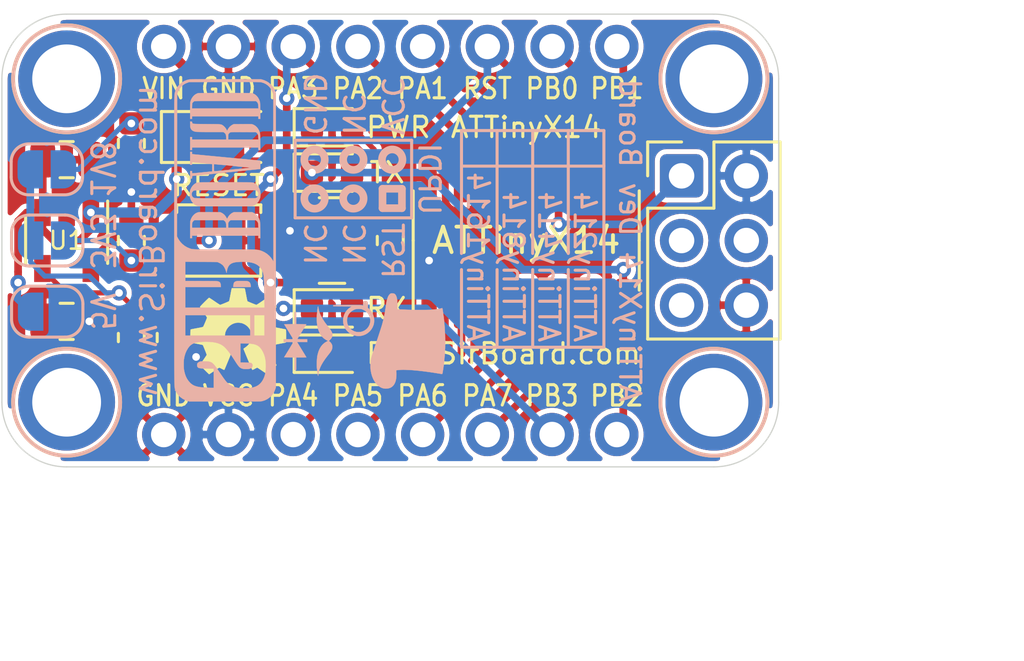
<source format=kicad_pcb>
(kicad_pcb (version 20171130) (host pcbnew "(5.1.2)-2")
  (title_block (title "ATTiny X14 Development Board ") (date 2020-04-24) (rev 2) (company SirBoard) (comment 1 www.SirBoard.com) (comment 2 "ATTiny 214, 414, 814 and 1614"))
  (layers (0 F.Cu signal) (31 B.Cu signal) (34 B.Paste user hide) (35 F.Paste user hide) (36 B.SilkS user) (37 F.SilkS user) (38 B.Mask user hide) (39 F.Mask user hide) (44 Edge.Cuts user))
  (net 0 "")
  (net 1 VCC)
  (net 2 VIN)
  (net 3 GND)
  (net 4 RST)
  (net 5 PA1)
  (net 6 PA7)
  (net 7 PA6)
  (net 8 PA2)
  (net 9 PA3)
  (net 10 "Net-(J4-Pad5)")
  (net 11 "Net-(J4-Pad4)")
  (net 12 "Net-(J4-Pad3)")
  (net 13 /1V8)
  (net 14 /ADJ)
  (net 15 /3V3)
  (net 16 "Net-(5V1-Pad2)")
  (net 17 PA5)
  (net 18 PA4)
  (net 19 PB1)
  (net 20 PB0)
  (net 21 RXD)
  (net 22 TXD)
  (net 23 "Net-(PA3-Pad2)")
  (net 24 "Net-(PWR1-Pad2)")
  (net 25 "Net-(RN1-Pad2)")
  (net 26 "Net-(RN1-Pad3)")
  (module logo:SirBoard127x40 (layer B.Cu) (at 57.658 33.02 90)
    (fp_text reference G*** hide)
    (fp_text value LOGO hide)
  )
  (module logo:logo63x89 (layer B.Cu) (at 63.119 36.957 90)
    (fp_text reference G*** hide)
    (fp_text value LOGO hide)
  )
  (module logo:OSHW55x39 (layer F.Cu) (at 58.166 36.576)
    (fp_text reference G*** hide)
    (fp_text value LOGO hide)
  )
  (module Resistor_SMD:R_Array_Convex_4x0603 (layer F.Cu) (at 61.849 33.02 180)
    (fp_text reference RN1 hide)
    (fp_text value 330E)
    (pad 5 smd rect (at 0.9 1.2 180) (size 0.8 0.5) (layers F.Cu F.Paste F.Mask) (net 1 VCC))
    (pad 6 smd rect (at 0.9 0.4 180) (size 0.8 0.4) (layers F.Cu F.Paste F.Mask) (net 1 VCC))
    (pad 8 smd rect (at 0.9 -1.2 180) (size 0.8 0.5) (layers F.Cu F.Paste F.Mask) (net 9 PA3))
    (pad 7 smd rect (at 0.9 -0.4 180) (size 0.8 0.4) (layers F.Cu F.Paste F.Mask) (net 1 VCC))
    (pad 4 smd rect (at -0.9 1.2 180) (size 0.8 0.5) (layers F.Cu F.Paste F.Mask) (net 24 "Net-(PWR1-Pad2)"))
    (pad 2 smd rect (at -0.9 -0.4 180) (size 0.8 0.4) (layers F.Cu F.Paste F.Mask) (net 25 "Net-(RN1-Pad2)"))
    (pad 3 smd rect (at -0.9 0.4 180) (size 0.8 0.4) (layers F.Cu F.Paste F.Mask) (net 26 "Net-(RN1-Pad3)"))
    (pad 1 smd rect (at -0.9 -1.2 180) (size 0.8 0.5) (layers F.Cu F.Paste F.Mask) (net 23 "Net-(PA3-Pad2)"))
  )
  (module LED_SMD:LED_0603_1608Metric (layer F.Cu) (at 61.849 30.353)
    (fp_text reference TX (at 1.397 0) (layer F.SilkS) (effects (font (size 0.8 0.8) (thickness 0.12)) (justify left)))
    (fp_text value YEL)
    (pad 2 smd roundrect (at 0.7875 0) (size 0.875 0.95) (layers F.Cu F.Paste F.Mask) (net 26 "Net-(RN1-Pad3)"))
    (pad 1 smd roundrect (at -0.7875 0) (size 0.875 0.95) (layers F.Cu F.Paste F.Mask) (net 22 TXD))
  )
  (module LED_SMD:LED_0603_1608Metric (layer F.Cu) (at 61.849 35.687)
    (fp_text reference RX (at 1.27 0) (layer F.SilkS) (effects (font (size 0.8 0.8) (thickness 0.12)) (justify left)))
    (fp_text value YEL)
    (pad 2 smd roundrect (at 0.7875 0) (size 0.875 0.95) (layers F.Cu F.Paste F.Mask) (net 25 "Net-(RN1-Pad2)"))
    (pad 1 smd roundrect (at -0.7875 0) (size 0.875 0.95) (layers F.Cu F.Paste F.Mask) (net 21 RXD))
  )
  (module Package_SO:SOIC-14_3.9x8.7mm_P1.27mm (layer F.Cu) (at 69.469 33.02 90)
    (fp_text reference ATTinyX14 (at 0 0) (layer F.SilkS))
    (fp_text value ATtiny1614-SS)
    (pad 1 smd roundrect (at -2.475 -3.81 90) (size 1.95 0.6) (layers F.Cu F.Paste F.Mask) (net 1 VCC))
    (pad 2 smd roundrect (at -2.475 -2.54 90) (size 1.95 0.6) (layers F.Cu F.Paste F.Mask) (net 18 PA4))
    (pad 3 smd roundrect (at -2.475 -1.27 90) (size 1.95 0.6) (layers F.Cu F.Paste F.Mask) (net 17 PA5))
    (pad 4 smd roundrect (at -2.475 0 90) (size 1.95 0.6) (layers F.Cu F.Paste F.Mask) (net 7 PA6))
    (pad 5 smd roundrect (at -2.475 1.27 90) (size 1.95 0.6) (layers F.Cu F.Paste F.Mask) (net 6 PA7))
    (pad 6 smd roundrect (at -2.475 2.54 90) (size 1.95 0.6) (layers F.Cu F.Paste F.Mask) (net 21 RXD))
    (pad 7 smd roundrect (at -2.475 3.81 90) (size 1.95 0.6) (layers F.Cu F.Paste F.Mask) (net 22 TXD))
    (pad 8 smd roundrect (at 2.475 3.81 90) (size 1.95 0.6) (layers F.Cu F.Paste F.Mask) (net 19 PB1))
    (pad 9 smd roundrect (at 2.475 2.54 90) (size 1.95 0.6) (layers F.Cu F.Paste F.Mask) (net 20 PB0))
    (pad 10 smd roundrect (at 2.475 1.27 90) (size 1.95 0.6) (layers F.Cu F.Paste F.Mask) (net 4 RST))
    (pad 11 smd roundrect (at 2.475 0 90) (size 1.95 0.6) (layers F.Cu F.Paste F.Mask) (net 5 PA1))
    (pad 12 smd roundrect (at 2.475 -1.27 90) (size 1.95 0.6) (layers F.Cu F.Paste F.Mask) (net 8 PA2))
    (pad 13 smd roundrect (at 2.475 -2.54 90) (size 1.95 0.6) (layers F.Cu F.Paste F.Mask) (net 9 PA3))
    (pad 14 smd roundrect (at 2.475 -3.81 90) (size 1.95 0.6) (layers F.Cu F.Paste F.Mask) (net 3 GND))
  )
  (module Connector_PinHeader_2.54mm:PinHeader_1x08_P2.54mm_Vertical (layer B.Cu) (at 55.245 25.4 270)
    (fp_text reference J2 hide)
    (fp_text value Conn_01x08)
    (pad 8 thru_hole oval (at 0 -17.78 270) (size 1.7 1.7) (drill 1) (layers *.Cu *.Mask) (net 19 PB1))
    (pad 7 thru_hole oval (at 0 -15.24 270) (size 1.7 1.7) (drill 1) (layers *.Cu *.Mask) (net 20 PB0))
    (pad 6 thru_hole oval (at 0 -12.7 270) (size 1.7 1.7) (drill 1) (layers *.Cu *.Mask) (net 4 RST))
    (pad 5 thru_hole oval (at 0 -10.16 270) (size 1.7 1.7) (drill 1) (layers *.Cu *.Mask) (net 5 PA1))
    (pad 4 thru_hole oval (at 0 -7.62 270) (size 1.7 1.7) (drill 1) (layers *.Cu *.Mask) (net 8 PA2))
    (pad 3 thru_hole oval (at 0 -5.08 270) (size 1.7 1.7) (drill 1) (layers *.Cu *.Mask) (net 9 PA3))
    (pad 2 thru_hole oval (at 0 -2.54 270) (size 1.7 1.7) (drill 1) (layers *.Cu *.Mask) (net 3 GND))
    (pad 1 thru_hole circle (at 0 0 270) (size 1.7 1.7) (drill 1) (layers *.Cu *.Mask) (net 2 VIN))
  )
  (module Connector_PinHeader_2.54mm:PinHeader_1x08_P2.54mm_Vertical (layer B.Cu) (at 55.245 40.64 270)
    (fp_text reference J1 hide)
    (fp_text value Conn_01x08)
    (pad 8 thru_hole oval (at 0 -17.78 270) (size 1.7 1.7) (drill 1) (layers *.Cu *.Mask) (net 22 TXD))
    (pad 7 thru_hole oval (at 0 -15.24 270) (size 1.7 1.7) (drill 1) (layers *.Cu *.Mask) (net 21 RXD))
    (pad 6 thru_hole oval (at 0 -12.7 270) (size 1.7 1.7) (drill 1) (layers *.Cu *.Mask) (net 6 PA7))
    (pad 5 thru_hole oval (at 0 -10.16 270) (size 1.7 1.7) (drill 1) (layers *.Cu *.Mask) (net 7 PA6))
    (pad 4 thru_hole oval (at 0 -7.62 270) (size 1.7 1.7) (drill 1) (layers *.Cu *.Mask) (net 17 PA5))
    (pad 3 thru_hole oval (at 0 -5.08 270) (size 1.7 1.7) (drill 1) (layers *.Cu *.Mask) (net 18 PA4))
    (pad 2 thru_hole oval (at 0 -2.54 270) (size 1.7 1.7) (drill 1) (layers *.Cu *.Mask) (net 1 VCC))
    (pad 1 thru_hole circle (at 0 0 270) (size 1.7 1.7) (drill 1) (layers *.Cu *.Mask) (net 3 GND))
  )
  (module Jumper:SolderJumper-2_P1.3mm_Open_RoundedPad1.0x1.5mm (layer B.Cu) (at 50.673 35.814 180)
    (fp_text reference 5V (at -2.159 0 270 unlocked) (layer B.SilkS) (effects (font (size 0.9 0.8) (thickness 0.12)) (justify mirror)))
    (fp_text value SolderJumper_2_Open)
    (pad 2 smd custom (at 0.65 0 180) (size 1 0.5) (layers B.Cu B.Mask) (net 16 "Net-(5V1-Pad2)") (options (clearance outline) (anchor rect)) (primitives (gr_circle (center 0 -0.25) (end 0.5 -0.25) (width 0)) (gr_circle (center 0 0.25) (end 0.5 0.25) (width 0)) (gr_poly (pts (xy 0 0.75) (xy -0.5 0.75) (xy -0.5 -0.75) (xy 0 -0.75)) (width 0))))
    (pad 1 smd custom (at -0.65 0 180) (size 1 0.5) (layers B.Cu B.Mask) (net 1 VCC) (options (clearance outline) (anchor rect)) (primitives (gr_circle (center 0 -0.25) (end 0.5 -0.25) (width 0)) (gr_circle (center 0 0.25) (end 0.5 0.25) (width 0)) (gr_poly (pts (xy 0 0.75) (xy 0.5 0.75) (xy 0.5 -0.75) (xy 0 -0.75)) (width 0))))
  )
  (module Diode_SMD:D_SOD-123 (layer F.Cu) (at 57.404 28.956)
    (fp_text reference D1 hide)
    (fp_text value MBR120)
    (pad 2 smd rect (at 1.65 0) (size 0.9 1.2) (layers F.Cu F.Paste F.Mask) (net 2 VIN))
    (pad 1 smd rect (at -1.65 0) (size 0.9 1.2) (layers F.Cu F.Paste F.Mask) (net 16 "Net-(5V1-Pad2)"))
  )
  (module Capacitor_SMD:C_0603_1608Metric (layer F.Cu) (at 64.135 33.02 90)
    (fp_text reference C3 hide)
    (fp_text value 100nF)
    (pad 2 smd roundrect (at 0.7875 0 90) (size 0.875 0.95) (layers F.Cu F.Paste F.Mask) (net 3 GND))
    (pad 1 smd roundrect (at -0.7875 0 90) (size 0.875 0.95) (layers F.Cu F.Paste F.Mask) (net 1 VCC))
  )
  (module Capacitor_SMD:C_0805_2012Metric (layer F.Cu) (at 51.435 29.845)
    (fp_text reference C1 hide)
    (fp_text value 10uF)
    (pad 2 smd roundrect (at 0.9375 0) (size 0.975 1.4) (layers F.Cu F.Paste F.Mask) (net 3 GND))
    (pad 1 smd roundrect (at -0.9375 0) (size 0.975 1.4) (layers F.Cu F.Paste F.Mask) (net 16 "Net-(5V1-Pad2)"))
  )
  (module Capacitor_SMD:C_0805_2012Metric (layer F.Cu) (at 51.435 36.195 180)
    (fp_text reference C2 hide)
    (fp_text value 2u2)
    (pad 2 smd roundrect (at 0.9375 0 180) (size 0.975 1.4) (layers F.Cu F.Paste F.Mask) (net 3 GND))
    (pad 1 smd roundrect (at -0.9375 0 180) (size 0.975 1.4) (layers F.Cu F.Paste F.Mask) (net 1 VCC))
  )
  (module Package_TO_SOT_SMD:SOT-23-5 (layer F.Cu) (at 51.435 33.02 270)
    (fp_text reference U1 (at 0 0) (layer F.SilkS) (effects (font (size 0.7 0.7) (thickness 0.1))))
    (fp_text value AP7365)
    (pad 5 smd rect (at 1.1 -0.95 270) (size 1.06 0.65) (layers F.Cu F.Paste F.Mask) (net 1 VCC))
    (pad 4 smd rect (at 1.1 0.95 270) (size 1.06 0.65) (layers F.Cu F.Paste F.Mask) (net 14 /ADJ))
    (pad 3 smd rect (at -1.1 0.95 270) (size 1.06 0.65) (layers F.Cu F.Paste F.Mask) (net 16 "Net-(5V1-Pad2)"))
    (pad 2 smd rect (at -1.1 0 270) (size 1.06 0.65) (layers F.Cu F.Paste F.Mask) (net 3 GND))
    (pad 1 smd rect (at -1.1 -0.95 270) (size 1.06 0.65) (layers F.Cu F.Paste F.Mask) (net 16 "Net-(5V1-Pad2)"))
  )
  (module Button_Switch_SMD:SW_SPST_B3U-1000P (layer F.Cu) (at 57.404 33.02)
    (fp_text reference RESET (at 0 -2.159) (layer F.SilkS) (effects (font (size 0.8 0.8) (thickness 0.12))))
    (fp_text value RST)
    (pad 2 smd rect (at 1.7 0) (size 0.9 1.7) (layers F.Cu F.Paste F.Mask) (net 3 GND))
    (pad 1 smd rect (at -1.7 0) (size 0.9 1.7) (layers F.Cu F.Paste F.Mask) (net 4 RST))
  )
  (module Resistor_SMD:R_0603_1608Metric (layer F.Cu) (at 55.499 36.83 90)
    (fp_text reference R6 hide)
    (fp_text value 10k)
    (pad 2 smd roundrect (at 0.7875 0 90) (size 0.875 0.95) (layers F.Cu F.Paste F.Mask) (net 4 RST))
    (pad 1 smd roundrect (at -0.7875 0 90) (size 0.875 0.95) (layers F.Cu F.Paste F.Mask) (net 1 VCC))
  )
  (module Resistor_SMD:R_0603_1608Metric (layer F.Cu) (at 53.975 29.21 90)
    (fp_text reference R5 hide)
    (fp_text value 18k)
    (pad 2 smd roundrect (at 0.7875 0 90) (size 0.875 0.95) (layers F.Cu F.Paste F.Mask) (net 13 /1V8))
    (pad 1 smd roundrect (at -0.7875 0 90) (size 0.875 0.95) (layers F.Cu F.Paste F.Mask) (net 1 VCC))
  )
  (module Resistor_SMD:R_0603_1608Metric (layer F.Cu) (at 53.975 36.83 270)
    (fp_text reference R4 hide)
    (fp_text value 12.4k)
    (pad 2 smd roundrect (at 0.7875 0 270) (size 0.875 0.95) (layers F.Cu F.Paste F.Mask) (net 3 GND))
    (pad 1 smd roundrect (at -0.7875 0 270) (size 0.875 0.95) (layers F.Cu F.Paste F.Mask) (net 14 /ADJ))
  )
  (module Resistor_SMD:R_0603_1608Metric (layer F.Cu) (at 53.975 33.02 270)
    (fp_text reference R3 hide)
    (fp_text value 39k)
    (pad 2 smd roundrect (at 0.7875 0 270) (size 0.875 0.95) (layers F.Cu F.Paste F.Mask) (net 15 /3V3))
    (pad 1 smd roundrect (at -0.7875 0 270) (size 0.875 0.95) (layers F.Cu F.Paste F.Mask) (net 1 VCC))
  )
  (module Connector_PinHeader_2.54mm:PinHeader_2x03_P2.54mm_Vertical (layer F.Cu) (at 75.565 30.48)
    (fp_text reference J4 hide)
    (fp_text value UPDI)
    (pad 6 thru_hole oval (at 2.54 5.08) (size 1.7 1.7) (drill 1) (layers *.Cu *.Mask) (net 3 GND))
    (pad 5 thru_hole oval (at 0 5.08) (size 1.7 1.7) (drill 1) (layers *.Cu *.Mask) (net 10 "Net-(J4-Pad5)"))
    (pad 4 thru_hole oval (at 2.54 2.54) (size 1.7 1.7) (drill 1) (layers *.Cu *.Mask) (net 11 "Net-(J4-Pad4)"))
    (pad 3 thru_hole oval (at 0 2.54) (size 1.7 1.7) (drill 1) (layers *.Cu *.Mask) (net 12 "Net-(J4-Pad3)"))
    (pad 2 thru_hole oval (at 2.54 0) (size 1.7 1.7) (drill 1) (layers *.Cu *.Mask) (net 1 VCC))
    (pad 1 thru_hole roundrect (at 0 0) (size 1.7 1.7) (drill 1) (layers *.Cu *.Mask) (roundrect_rratio 0.15) (net 4 RST))
  )
  (module SirBoardLibrary:MountingHole_M2.5_SirBoard (layer F.Cu) (at 51.435 39.37 270)
    (fp_text reference H4 hide)
    (fp_text value MountingHole)
    (pad 1 thru_hole circle (at 0 0 270) (size 3.8 3.8) (drill 2.7) (layers *.Cu *.Mask))
  )
  (module SirBoardLibrary:MountingHole_M2.5_SirBoard (layer F.Cu) (at 51.435 26.67 270)
    (fp_text reference H3 hide)
    (fp_text value MountingHole)
    (pad 1 thru_hole circle (at 0 0 270) (size 3.8 3.8) (drill 2.7) (layers *.Cu *.Mask))
  )
  (module SirBoardLibrary:MountingHole_M2.5_SirBoard (layer F.Cu) (at 76.835 39.37 270)
    (fp_text reference H2 hide)
    (fp_text value MountingHole)
    (pad 1 thru_hole circle (at 0 0 270) (size 3.8 3.8) (drill 2.7) (layers *.Cu *.Mask))
  )
  (module SirBoardLibrary:MountingHole_M2.5_SirBoard (layer F.Cu) (at 76.835 26.67 270)
    (fp_text reference H1 hide)
    (fp_text value MountingHole)
    (pad 1 thru_hole circle (at 0 0 270) (size 3.8 3.8) (drill 2.7) (layers *.Cu *.Mask))
  )
  (module LED_SMD:LED_0603_1608Metric (layer F.Cu) (at 61.849 37.465)
    (fp_text reference PA3 (at 1.27 0) (layer F.SilkS) (effects (font (size 0.8 0.8) (thickness 0.12)) (justify left)))
    (fp_text value BLUE)
    (pad 1 smd roundrect (at -0.7875 0) (size 0.875 0.95) (layers F.Cu F.Paste F.Mask) (net 3 GND))
    (pad 2 smd roundrect (at 0.7875 0) (size 0.875 0.95) (layers F.Cu F.Paste F.Mask) (net 23 "Net-(PA3-Pad2)"))
  )
  (module LED_SMD:LED_0603_1608Metric (layer F.Cu) (at 61.849 28.575)
    (fp_text reference PWR (at 1.27 0) (layer F.SilkS) (effects (font (size 0.8 0.8) (thickness 0.12)) (justify left)))
    (fp_text value RED)
    (pad 2 smd roundrect (at 0.7875 0) (size 0.875 0.95) (layers F.Cu F.Paste F.Mask) (net 24 "Net-(PWR1-Pad2)"))
    (pad 1 smd roundrect (at -0.7875 0) (size 0.875 0.95) (layers F.Cu F.Paste F.Mask) (net 3 GND))
  )
  (module Jumper:SolderJumper-2_P1.3mm_Open_RoundedPad1.0x1.5mm (layer B.Cu) (at 50.673 33.02)
    (fp_text reference 3V3 (at 2.159 0 -90 unlocked) (layer B.SilkS) (effects (font (size 0.9 0.8) (thickness 0.12)) (justify mirror)))
    (fp_text value SolderJumper_2_Open)
    (pad 2 smd custom (at 0.65 0) (size 1 0.5) (layers B.Cu B.Mask) (net 15 /3V3) (options (clearance outline) (anchor rect)) (primitives (gr_circle (center 0 -0.25) (end 0.5 -0.25) (width 0)) (gr_circle (center 0 0.25) (end 0.5 0.25) (width 0)) (gr_poly (pts (xy 0 0.75) (xy -0.5 0.75) (xy -0.5 -0.75) (xy 0 -0.75)) (width 0))))
    (pad 1 smd custom (at -0.65 0) (size 1 0.5) (layers B.Cu B.Mask) (net 14 /ADJ) (options (clearance outline) (anchor rect)) (primitives (gr_circle (center 0 -0.25) (end 0.5 -0.25) (width 0)) (gr_circle (center 0 0.25) (end 0.5 0.25) (width 0)) (gr_poly (pts (xy 0 0.75) (xy 0.5 0.75) (xy 0.5 -0.75) (xy 0 -0.75)) (width 0))))
  )
  (module Jumper:SolderJumper-2_P1.3mm_Open_RoundedPad1.0x1.5mm (layer B.Cu) (at 50.658 30.226)
    (fp_text reference 1V8 (at 2.174 0 -90 unlocked) (layer B.SilkS) (effects (font (size 0.9 0.8) (thickness 0.12)) (justify mirror)))
    (fp_text value SolderJumper_2_Open)
    (pad 2 smd custom (at 0.65 0) (size 1 0.5) (layers B.Cu B.Mask) (net 13 /1V8) (options (clearance outline) (anchor rect)) (primitives (gr_circle (center 0 -0.25) (end 0.5 -0.25) (width 0)) (gr_circle (center 0 0.25) (end 0.5 0.25) (width 0)) (gr_poly (pts (xy 0 0.75) (xy -0.5 0.75) (xy -0.5 -0.75) (xy 0 -0.75)) (width 0))))
    (pad 1 smd custom (at -0.65 0) (size 1 0.5) (layers B.Cu B.Mask) (net 14 /ADJ) (options (clearance outline) (anchor rect)) (primitives (gr_circle (center 0 -0.25) (end 0.5 -0.25) (width 0)) (gr_circle (center 0 0.25) (end 0.5 0.25) (width 0)) (gr_poly (pts (xy 0 0.75) (xy 0.5 0.75) (xy 0.5 -0.75) (xy 0 -0.75)) (width 0))))
  )
  (gr_line (start 63.8302 30.988) (end 64.5922 30.988) (layer B.SilkS) (width 0.3))
  (gr_line (start 63.8302 31.75) (end 63.8302 30.988) (layer B.SilkS) (width 0.3))
  (gr_line (start 64.5922 31.75) (end 63.8302 31.75) (layer B.SilkS) (width 0.3))
  (gr_line (start 64.5922 30.988) (end 64.5922 31.75) (layer B.SilkS) (width 0.3))
  (gr_line (start 60.4012 32.131) (end 60.4012 29.083) (layer B.SilkS) (width 0.12))
  (gr_line (start 60.4012 29.083) (end 64.9732 29.083) (layer B.SilkS) (width 0.12))
  (gr_line (start 64.9732 29.083) (end 64.9732 32.131) (layer B.SilkS) (width 0.12))
  (gr_line (start 64.9732 32.131) (end 60.4012 32.131) (layer B.SilkS) (width 0.12))
  (gr_circle (center 62.6872 31.369) (end 62.6872 31.770609) (layer B.SilkS) (width 0.3))
  (gr_circle (center 61.1632 29.845) (end 61.1632 30.246609) (layer B.SilkS) (width 0.3))
  (gr_text UPDI (at 65.659 30.607 270) (layer B.SilkS) (effects (font (size 0.8 0.8) (thickness 0.12)) (justify mirror)))
  (gr_text NC (at 62.6872 32.258 270) (layer B.SilkS) (effects (font (size 0.8 0.8) (thickness 0.12)) (justify right mirror)))
  (gr_text RST (at 64.2112 32.258 270) (layer B.SilkS) (effects (font (size 0.8 0.8) (thickness 0.12)) (justify right mirror)))
  (gr_text NC (at 61.1632 32.258 270) (layer B.SilkS) (effects (font (size 0.8 0.8) (thickness 0.12)) (justify right mirror)))
  (gr_text NC (at 62.6872 28.956 270) (layer B.SilkS) (effects (font (size 0.8 0.8) (thickness 0.12)) (justify left mirror)))
  (gr_text GND (at 61.1632 28.956 270) (layer B.SilkS) (effects (font (size 0.8 0.8) (thickness 0.12)) (justify left mirror)))
  (gr_text VCC (at 64.2112 28.956 270) (layer B.SilkS) (effects (font (size 0.8 0.8) (thickness 0.12)) (justify left mirror)))
  (gr_circle (center 62.6872 29.845) (end 62.6872 30.246609) (layer B.SilkS) (width 0.3))
  (gr_circle (center 61.1632 31.369) (end 61.1632 31.770609) (layer B.SilkS) (width 0.3))
  (gr_circle (center 64.2112 29.845) (end 64.2112 30.246609) (layer B.SilkS) (width 0.3))
  (gr_line (start 71.12 28.702) (end 71.12 33.528) (layer B.SilkS) (width 0.12))
  (gr_line (start 69.723 28.702) (end 69.723 33.528) (layer B.SilkS) (width 0.12))
  (gr_line (start 68.326 28.702) (end 68.326 33.528) (layer B.SilkS) (width 0.12))
  (gr_line (start 72.517 28.702) (end 66.929 28.702) (layer B.SilkS) (width 0.12))
  (gr_line (start 66.929 37.211) (end 66.929 34.163) (layer B.SilkS) (width 0.12))
  (gr_line (start 68.326 37.211) (end 68.326 34.163) (layer B.SilkS) (width 0.12))
  (gr_line (start 71.12 37.211) (end 71.12 34.163) (layer B.SilkS) (width 0.12))
  (gr_line (start 66.929 28.702) (end 66.929 33.528) (layer B.SilkS) (width 0.12))
  (gr_line (start 72.517 30.099) (end 66.929 30.099) (layer B.SilkS) (width 0.12))
  (gr_line (start 72.517 37.211) (end 72.517 28.702) (layer B.SilkS) (width 0.12))
  (gr_line (start 72.39 37.211) (end 72.517 37.211) (layer B.SilkS) (width 0.12))
  (gr_line (start 66.929 37.211) (end 72.39 37.211) (layer B.SilkS) (width 0.12))
  (gr_line (start 69.723 37.211) (end 69.723 34.163) (layer B.SilkS) (width 0.12))
  (gr_text ATTiny1614 (at 67.564 37.084 270) (layer B.SilkS) (effects (font (size 0.8 0.8) (thickness 0.12)) (justify left mirror)))
  (gr_text ATTiny814 (at 68.961 37.084 270) (layer B.SilkS) (effects (font (size 0.8 0.8) (thickness 0.12)) (justify left mirror)))
  (gr_text ATTiny414 (at 70.358 37.084 270) (layer B.SilkS) (effects (font (size 0.8 0.8) (thickness 0.12)) (justify left mirror)))
  (gr_text ATTiny214 (at 71.755 37.084 270) (layer B.SilkS) (effects (font (size 0.8 0.8) (thickness 0.12)) (justify left mirror)))
  (gr_text "ATTinyX14 Dev Board" (at 73.533 33.02 270) (layer B.SilkS) (effects (font (size 0.8 0.8) (thickness 0.12)) (justify mirror)))
  (gr_text SirBoard.com (at 69.977 37.465) (layer F.SilkS) (effects (font (size 0.8 0.8) (thickness 0.12))))
  (gr_text ATTinyX14 (at 69.469 28.575) (layer F.SilkS) (effects (font (size 0.8 0.8) (thickness 0.12))))
  (gr_text PB2 (at 73.025 39.116) (layer F.SilkS) (effects (font (size 0.8 0.7) (thickness 0.12))))
  (gr_text PB3 (at 70.485 39.116) (layer F.SilkS) (effects (font (size 0.8 0.7) (thickness 0.12))))
  (gr_text PA6 (at 65.405 39.116) (layer F.SilkS) (effects (font (size 0.8 0.7) (thickness 0.12))))
  (gr_text PB1 (at 73.025 27.051) (layer F.SilkS) (effects (font (size 0.8 0.7) (thickness 0.12))))
  (gr_text PB0 (at 70.485 27.051) (layer F.SilkS) (effects (font (size 0.8 0.7) (thickness 0.12))))
  (gr_text PA1 (at 65.405 27.051) (layer F.SilkS) (effects (font (size 0.8 0.7) (thickness 0.12))))
  (gr_text www.SirBoard.com (at 54.737 33.02 270) (layer B.SilkS) (effects (font (size 0.9 0.9) (thickness 0.12)) (justify mirror)))
  (gr_line (start 76.835 24.13) (end 51.435 24.13) (layer Edge.Cuts) (width 0.05))
  (gr_line (start 79.375 39.37) (end 79.375 26.67) (layer Edge.Cuts) (width 0.05))
  (gr_line (start 51.435 41.91) (end 76.835 41.91) (layer Edge.Cuts) (width 0.05))
  (gr_line (start 48.895 39.37) (end 48.895 26.67) (layer Edge.Cuts) (width 0.05))
  (gr_arc (start 51.435 39.37) (end 48.895 39.37) (angle -90) (layer Edge.Cuts) (width 0.05))
  (gr_arc (start 51.435 26.67) (end 51.435 24.13) (angle -90) (layer Edge.Cuts) (width 0.05))
  (gr_arc (start 76.835 26.67) (end 79.375 26.67) (angle -90) (layer Edge.Cuts) (width 0.05))
  (gr_arc (start 76.835 39.37) (end 76.835 41.91) (angle -90) (layer Edge.Cuts) (width 0.05))
  (gr_text PA4 (at 60.325 39.116) (layer F.SilkS) (effects (font (size 0.8 0.7) (thickness 0.12))))
  (gr_text PA7 (at 67.945 39.116) (layer F.SilkS) (effects (font (size 0.8 0.7) (thickness 0.12))))
  (gr_text PA5 (at 62.865 39.116) (layer F.SilkS) (effects (font (size 0.8 0.7) (thickness 0.12))))
  (gr_text GND (at 55.245 39.116) (layer F.SilkS) (effects (font (size 0.8 0.7) (thickness 0.12))))
  (gr_text VIN (at 55.245 27.051) (layer F.SilkS) (effects (font (size 0.8 0.7) (thickness 0.12))))
  (gr_text VCC (at 57.785 39.116) (layer F.SilkS) (effects (font (size 0.8 0.7) (thickness 0.12))))
  (gr_text GND (at 57.785 27.051) (layer F.SilkS) (effects (font (size 0.8 0.7) (thickness 0.12))))
  (gr_text PA3 (at 60.325 27.051) (layer F.SilkS) (effects (font (size 0.8 0.7) (thickness 0.12))))
  (gr_text RST (at 67.945 27.051) (layer F.SilkS) (effects (font (size 0.8 0.7) (thickness 0.12))))
  (gr_text PA2 (at 62.865 27.051) (layer F.SilkS) (effects (font (size 0.8 0.7) (thickness 0.12))))
  (via (at 52.324 36.195) (size 0.6) (drill 0.3) (layers F.Cu B.Cu) (net 1))
  (segment (start 53.975 29.9975) (end 53.975 31.115) (width 0.3) (layer F.Cu) (net 1))
  (segment (start 53.975 31.115) (end 53.975 32.2325) (width 0.3) (layer F.Cu) (net 1))
  (via (at 53.975 31.115) (size 0.6) (drill 0.3) (layers F.Cu B.Cu) (net 1))
  (segment (start 52.385 33.848) (end 52.385 34.12) (width 0.3) (layer F.Cu) (net 1))
  (segment (start 53.975 32.2325) (end 53.975 32.258) (width 0.3) (layer F.Cu) (net 1))
  (segment (start 53.975 32.258) (end 52.385 33.848) (width 0.3) (layer F.Cu) (net 1))
  (segment (start 60.949 31.82) (end 60.949 33.42) (width 0.3) (layer F.Cu) (net 1))
  (segment (start 65.659 33.8075) (end 65.659 35.495) (width 0.3) (layer F.Cu) (net 1))
  (segment (start 64.135 33.8075) (end 65.659 33.8075) (width 0.3) (layer F.Cu) (net 1))
  (segment (start 65.659 33.8075) (end 65.659 33.8075) (width 0.3) (layer F.Cu) (net 1))
  (via (at 65.659 33.8075) (size 0.6) (drill 0.3) (layers F.Cu B.Cu) (net 1))
  (via (at 60.198 32.639) (size 0.6) (drill 0.3) (layers F.Cu B.Cu) (net 1))
  (segment (start 60.949 32.62) (end 60.217 32.62) (width 0.3) (layer F.Cu) (net 1))
  (segment (start 60.217 32.62) (end 60.198 32.639) (width 0.3) (layer F.Cu) (net 1))
  (via (at 56.515 37.592) (size 0.6) (drill 0.3) (layers F.Cu B.Cu) (net 1))
  (segment (start 55.499 37.6175) (end 56.4895 37.6175) (width 0.3) (layer F.Cu) (net 1))
  (segment (start 56.4895 37.6175) (end 56.515 37.592) (width 0.3) (layer F.Cu) (net 1))
  (segment (start 58.801 28.956) (end 59.054 28.956) (width 0.4) (layer F.Cu) (net 2))
  (segment (start 55.245 25.4) (end 58.801 28.956) (width 0.4) (layer F.Cu) (net 2))
  (segment (start 55.704 33.02) (end 55.704 34.466) (width 0.3) (layer F.Cu) (net 4))
  (segment (start 55.499 34.671) (end 55.499 36.0425) (width 0.3) (layer F.Cu) (net 4))
  (segment (start 55.704 34.466) (end 55.499 34.671) (width 0.3) (layer F.Cu) (net 4))
  (segment (start 68.794999 26.249999) (end 67.945 25.4) (width 0.3) (layer F.Cu) (net 4))
  (segment (start 70.739 30.545) (end 70.739 28.194) (width 0.3) (layer F.Cu) (net 4))
  (segment (start 70.739 28.194) (end 68.794999 26.249999) (width 0.3) (layer F.Cu) (net 4))
  (via (at 70.739 32.385) (size 0.6) (drill 0.3) (layers F.Cu B.Cu) (net 4))
  (segment (start 70.739 32.385) (end 70.739 30.545) (width 0.3) (layer F.Cu) (net 4))
  (segment (start 73.66 32.385) (end 70.739 32.385) (width 0.3) (layer B.Cu) (net 4))
  (segment (start 75.565 30.48) (end 73.66 32.385) (width 0.3) (layer B.Cu) (net 4))
  (segment (start 67.945 26.602081) (end 65.464081 29.083) (width 0.3) (layer B.Cu) (net 4))
  (segment (start 67.945 25.4) (end 67.945 26.602081) (width 0.3) (layer B.Cu) (net 4))
  (segment (start 65.464081 29.083) (end 59.182 29.083) (width 0.3) (layer B.Cu) (net 4))
  (via (at 57.023 33.02) (size 0.6) (drill 0.3) (layers F.Cu B.Cu) (net 4))
  (segment (start 59.182 29.083) (end 57.023 31.242) (width 0.3) (layer B.Cu) (net 4))
  (segment (start 57.023 31.242) (end 57.023 33.02) (width 0.3) (layer B.Cu) (net 4))
  (segment (start 57.023 33.02) (end 55.704 33.02) (width 0.3) (layer F.Cu) (net 4))
  (segment (start 69.469 30.545) (end 69.469 28.829) (width 0.3) (layer F.Cu) (net 5))
  (segment (start 69.469 28.829) (end 67.691 27.051) (width 0.3) (layer F.Cu) (net 5))
  (segment (start 67.056 27.051) (end 65.405 25.4) (width 0.3) (layer F.Cu) (net 5))
  (segment (start 67.691 27.051) (end 67.056 27.051) (width 0.3) (layer F.Cu) (net 5))
  (segment (start 70.739 37.846) (end 67.945 40.64) (width 0.3) (layer F.Cu) (net 6))
  (segment (start 70.739 35.495) (end 70.739 37.846) (width 0.3) (layer F.Cu) (net 6))
  (segment (start 66.929 39.116) (end 65.405 40.64) (width 0.3) (layer F.Cu) (net 7))
  (segment (start 67.564 39.116) (end 66.929 39.116) (width 0.3) (layer F.Cu) (net 7))
  (segment (start 69.469 35.495) (end 69.469 37.211) (width 0.3) (layer F.Cu) (net 7))
  (segment (start 69.469 37.211) (end 67.564 39.116) (width 0.3) (layer F.Cu) (net 7))
  (segment (start 68.199 29.21) (end 68.199 30.545) (width 0.3) (layer F.Cu) (net 8))
  (segment (start 65.659 26.67) (end 68.199 29.21) (width 0.3) (layer F.Cu) (net 8))
  (segment (start 62.865 25.4) (end 64.135 26.67) (width 0.3) (layer F.Cu) (net 8))
  (segment (start 64.135 26.67) (end 65.659 26.67) (width 0.3) (layer F.Cu) (net 8))
  (segment (start 66.929 28.959) (end 66.929 30.545) (width 0.3) (layer F.Cu) (net 9))
  (segment (start 65.275 27.305) (end 66.929 28.959) (width 0.3) (layer F.Cu) (net 9))
  (segment (start 63.5635 27.305) (end 65.275 27.305) (width 0.3) (layer F.Cu) (net 9))
  (segment (start 62.9285 26.67) (end 63.5635 27.305) (width 0.3) (layer F.Cu) (net 9))
  (segment (start 60.325 25.4) (end 61.595 26.67) (width 0.3) (layer F.Cu) (net 9))
  (segment (start 61.595 26.67) (end 62.9285 26.67) (width 0.3) (layer F.Cu) (net 9))
  (via (at 60.071 27.432) (size 0.6) (drill 0.3) (layers F.Cu B.Cu) (net 9))
  (segment (start 60.071 25.654) (end 60.325 25.4) (width 0.3) (layer B.Cu) (net 9))
  (segment (start 60.071 27.432) (end 60.071 25.654) (width 0.3) (layer B.Cu) (net 9))
  (via (at 59.436 30.607) (size 0.6) (drill 0.3) (layers F.Cu B.Cu) (net 9))
  (segment (start 60.071 27.432) (end 60.071 29.972) (width 0.3) (layer F.Cu) (net 9))
  (segment (start 60.071 29.972) (end 59.436 30.607) (width 0.3) (layer F.Cu) (net 9))
  (via (at 59.436 34.671) (size 0.6) (drill 0.3) (layers F.Cu B.Cu) (net 9))
  (segment (start 60.498 34.671) (end 60.949 34.22) (width 0.3) (layer F.Cu) (net 9))
  (segment (start 59.436 34.671) (end 60.498 34.671) (width 0.3) (layer F.Cu) (net 9))
  (segment (start 58.674 33.909) (end 59.436 34.671) (width 0.3) (layer B.Cu) (net 9))
  (segment (start 59.436 30.607) (end 58.674 31.369) (width 0.3) (layer B.Cu) (net 9))
  (segment (start 58.674 31.369) (end 58.674 33.909) (width 0.3) (layer B.Cu) (net 9))
  (via (at 53.975 28.4225) (size 0.6) (drill 0.3) (layers F.Cu B.Cu) (net 13))
  (segment (start 53.7115 28.4225) (end 53.975 28.4225) (width 0.2) (layer B.Cu) (net 13))
  (segment (start 51.908 30.226) (end 53.7115 28.4225) (width 0.2) (layer B.Cu) (net 13))
  (segment (start 51.308 30.226) (end 51.908 30.226) (width 0.2) (layer B.Cu) (net 13))
  (segment (start 50.008 33.005) (end 50.023 33.02) (width 0.3) (layer B.Cu) (net 14))
  (segment (start 50.008 30.226) (end 50.008 33.005) (width 0.3) (layer B.Cu) (net 14))
  (segment (start 53.975 35.56) (end 53.975 36.0425) (width 0.2) (layer F.Cu) (net 14))
  (segment (start 53.4924 35.0774) (end 53.4924 35.0774) (width 0.2) (layer F.Cu) (net 14))
  (segment (start 51.4096 35.0774) (end 53.4924 35.0774) (width 0.2) (layer F.Cu) (net 14))
  (segment (start 50.485 34.12) (end 50.485 34.1528) (width 0.2) (layer F.Cu) (net 14))
  (segment (start 50.485 34.1528) (end 51.4096 35.0774) (width 0.2) (layer F.Cu) (net 14))
  (segment (start 53.4924 35.0774) (end 53.975 35.56) (width 0.2) (layer F.Cu) (net 14))
  (via (at 53.4924 35.0774) (size 0.6) (drill 0.3) (layers F.Cu B.Cu) (net 14))
  (segment (start 53.4924 35.0774) (end 52.9844 35.0774) (width 0.2) (layer B.Cu) (net 14))
  (segment (start 52.9844 35.0774) (end 52.324 34.417) (width 0.2) (layer B.Cu) (net 14))
  (segment (start 50.023 33.867592) (end 50.023 33.02) (width 0.2) (layer B.Cu) (net 14))
  (segment (start 50.572408 34.417) (end 50.023 33.867592) (width 0.2) (layer B.Cu) (net 14))
  (segment (start 52.324 34.417) (end 50.572408 34.417) (width 0.2) (layer B.Cu) (net 14))
  (via (at 53.975 33.8075) (size 0.6) (drill 0.3) (layers F.Cu B.Cu) (net 15))
  (segment (start 51.323 33.02) (end 53.1875 33.02) (width 0.2) (layer B.Cu) (net 15))
  (segment (start 53.1875 33.02) (end 53.975 33.8075) (width 0.2) (layer B.Cu) (net 15))
  (segment (start 50.485 32.578) (end 50.485 31.92) (width 0.3) (layer F.Cu) (net 16))
  (segment (start 50.927 33.02) (end 50.485 32.578) (width 0.3) (layer F.Cu) (net 16))
  (segment (start 51.943 33.02) (end 50.927 33.02) (width 0.3) (layer F.Cu) (net 16))
  (segment (start 52.385 31.92) (end 52.385 32.578) (width 0.3) (layer F.Cu) (net 16))
  (segment (start 52.385 32.578) (end 51.943 33.02) (width 0.3) (layer F.Cu) (net 16))
  (segment (start 50.4975 31.9075) (end 50.485 31.92) (width 0.3) (layer F.Cu) (net 16))
  (segment (start 50.4975 29.845) (end 50.4975 31.9075) (width 0.3) (layer F.Cu) (net 16))
  (via (at 49.53 34.671002) (size 0.6) (drill 0.3) (layers F.Cu B.Cu) (net 16))
  (segment (start 49.498226 35.289226) (end 49.498226 34.702776) (width 0.3) (layer B.Cu) (net 16))
  (segment (start 50.023 35.814) (end 49.498226 35.289226) (width 0.3) (layer B.Cu) (net 16))
  (segment (start 49.498226 34.702776) (end 49.53 34.671002) (width 0.3) (layer B.Cu) (net 16))
  (segment (start 49.53 34.246738) (end 49.53 34.671002) (width 0.3) (layer F.Cu) (net 16))
  (segment (start 49.53 32.258) (end 49.53 34.246738) (width 0.3) (layer F.Cu) (net 16))
  (segment (start 50.485 31.92) (end 49.868 31.92) (width 0.3) (layer F.Cu) (net 16))
  (segment (start 49.868 31.92) (end 49.53 32.258) (width 0.3) (layer F.Cu) (net 16))
  (via (at 52.385 31.92) (size 0.6) (drill 0.3) (layers F.Cu B.Cu) (net 16))
  (segment (start 52.385 31.92) (end 54.948 31.92) (width 0.4) (layer B.Cu) (net 16))
  (via (at 55.753 30.607) (size 0.6) (drill 0.3) (layers F.Cu B.Cu) (net 16))
  (segment (start 54.948 31.92) (end 55.753 31.115) (width 0.4) (layer B.Cu) (net 16))
  (segment (start 55.753 31.115) (end 55.753 30.607) (width 0.4) (layer B.Cu) (net 16))
  (segment (start 55.753 28.957) (end 55.754 28.956) (width 0.4) (layer F.Cu) (net 16))
  (segment (start 55.753 30.607) (end 55.753 28.957) (width 0.4) (layer F.Cu) (net 16))
  (segment (start 63.714999 39.790001) (end 62.865 40.64) (width 0.3) (layer F.Cu) (net 17))
  (segment (start 65.024 38.481) (end 63.714999 39.790001) (width 0.3) (layer F.Cu) (net 17))
  (segment (start 67.183 38.481) (end 65.024 38.481) (width 0.3) (layer F.Cu) (net 17))
  (segment (start 68.199 35.495) (end 68.199 37.465) (width 0.3) (layer F.Cu) (net 17))
  (segment (start 68.199 37.465) (end 67.183 38.481) (width 0.3) (layer F.Cu) (net 17))
  (segment (start 66.929 37.465) (end 66.929 35.495) (width 0.3) (layer F.Cu) (net 18))
  (segment (start 66.548 37.846) (end 66.929 37.465) (width 0.3) (layer F.Cu) (net 18))
  (segment (start 64.643 37.846) (end 66.548 37.846) (width 0.3) (layer F.Cu) (net 18))
  (segment (start 63.373 39.116) (end 64.643 37.846) (width 0.3) (layer F.Cu) (net 18))
  (segment (start 60.325 40.64) (end 61.849 39.116) (width 0.3) (layer F.Cu) (net 18))
  (segment (start 61.849 39.116) (end 63.373 39.116) (width 0.3) (layer F.Cu) (net 18))
  (segment (start 73.279 25.654) (end 73.025 25.4) (width 0.3) (layer F.Cu) (net 19))
  (segment (start 73.279 30.545) (end 73.279 25.654) (width 0.3) (layer F.Cu) (net 19))
  (segment (start 72.009 26.924) (end 70.485 25.4) (width 0.3) (layer F.Cu) (net 20))
  (segment (start 72.009 30.545) (end 72.009 26.924) (width 0.3) (layer F.Cu) (net 20))
  (segment (start 71.334999 39.790001) (end 70.485 40.64) (width 0.3) (layer F.Cu) (net 21))
  (segment (start 72.009 35.495) (end 72.009 39.116) (width 0.3) (layer F.Cu) (net 21))
  (segment (start 72.009 39.116) (end 71.334999 39.790001) (width 0.3) (layer F.Cu) (net 21))
  (via (at 59.944 35.687) (size 0.6) (drill 0.3) (layers F.Cu B.Cu) (net 21))
  (segment (start 70.485 40.64) (end 65.532 35.687) (width 0.3) (layer B.Cu) (net 21))
  (segment (start 65.532 35.687) (end 59.944 35.687) (width 0.3) (layer B.Cu) (net 21))
  (segment (start 59.944 35.687) (end 61.0615 35.687) (width 0.3) (layer F.Cu) (net 21))
  (segment (start 73.279 40.386) (end 73.025 40.64) (width 0.3) (layer F.Cu) (net 22))
  (segment (start 73.279 35.495) (end 73.279 40.386) (width 0.3) (layer F.Cu) (net 22))
  (via (at 73.279 34.163) (size 0.6) (drill 0.3) (layers F.Cu B.Cu) (net 22))
  (segment (start 73.279 35.495) (end 73.279 34.163) (width 0.3) (layer F.Cu) (net 22))
  (segment (start 73.279 34.163) (end 69.342 34.163) (width 0.3) (layer B.Cu) (net 22))
  (via (at 61.0615 30.353) (size 0.6) (drill 0.3) (layers F.Cu B.Cu) (net 22))
  (segment (start 69.342 34.163) (end 65.532 30.353) (width 0.3) (layer B.Cu) (net 22))
  (segment (start 65.532 30.353) (end 61.0615 30.353) (width 0.3) (layer B.Cu) (net 22))
  (segment (start 63.5 34.971) (end 62.749 34.22) (width 0.2) (layer F.Cu) (net 23))
  (segment (start 62.6365 37.465) (end 63.5 36.6015) (width 0.2) (layer F.Cu) (net 23))
  (segment (start 63.5 36.6015) (end 63.5 34.971) (width 0.2) (layer F.Cu) (net 23))
  (segment (start 62.795 31.82) (end 62.749 31.82) (width 0.2) (layer F.Cu) (net 24))
  (segment (start 63.5 31.115) (end 62.795 31.82) (width 0.2) (layer F.Cu) (net 24))
  (segment (start 62.6365 28.575) (end 63.5 29.4385) (width 0.2) (layer F.Cu) (net 24))
  (segment (start 63.5 29.4385) (end 63.5 31.115) (width 0.2) (layer F.Cu) (net 24))
  (segment (start 61.849 34.8995) (end 62.6365 35.687) (width 0.2) (layer F.Cu) (net 25))
  (segment (start 61.849 33.782) (end 61.849 34.8995) (width 0.2) (layer F.Cu) (net 25))
  (segment (start 62.749 33.42) (end 62.211 33.42) (width 0.2) (layer F.Cu) (net 25))
  (segment (start 62.211 33.42) (end 61.849 33.782) (width 0.2) (layer F.Cu) (net 25))
  (segment (start 62.211 32.62) (end 62.749 32.62) (width 0.2) (layer F.Cu) (net 26))
  (segment (start 61.849 32.258) (end 62.211 32.62) (width 0.2) (layer F.Cu) (net 26))
  (segment (start 62.6365 30.353) (end 61.849 31.1405) (width 0.2) (layer F.Cu) (net 26))
  (segment (start 61.849 31.1405) (end 61.849 32.258) (width 0.2) (layer F.Cu) (net 26))
  (zone (net 3) (net_name GND) (layer F.Cu) (connect_pads (clearance 0.2)) (min_thickness 0.2) (fill yes (arc_segments 32) (thermal_gap 0.2) (thermal_bridge_width 0.3))
    (polygon (pts (xy 79.375 24.13) (xy 79.375 41.91) (xy 48.895 41.91) (xy 48.895 24.13)))
  )
  (zone (net 1) (net_name VCC) (layer B.Cu) (connect_pads (clearance 0.2)) (min_thickness 0.2) (fill yes (arc_segments 32) (thermal_gap 0.2) (thermal_bridge_width 0.3))
    (polygon (pts (xy 79.375 24.13) (xy 79.375 41.91) (xy 48.895 41.91) (xy 48.895 24.13)))
  )
)
</source>
